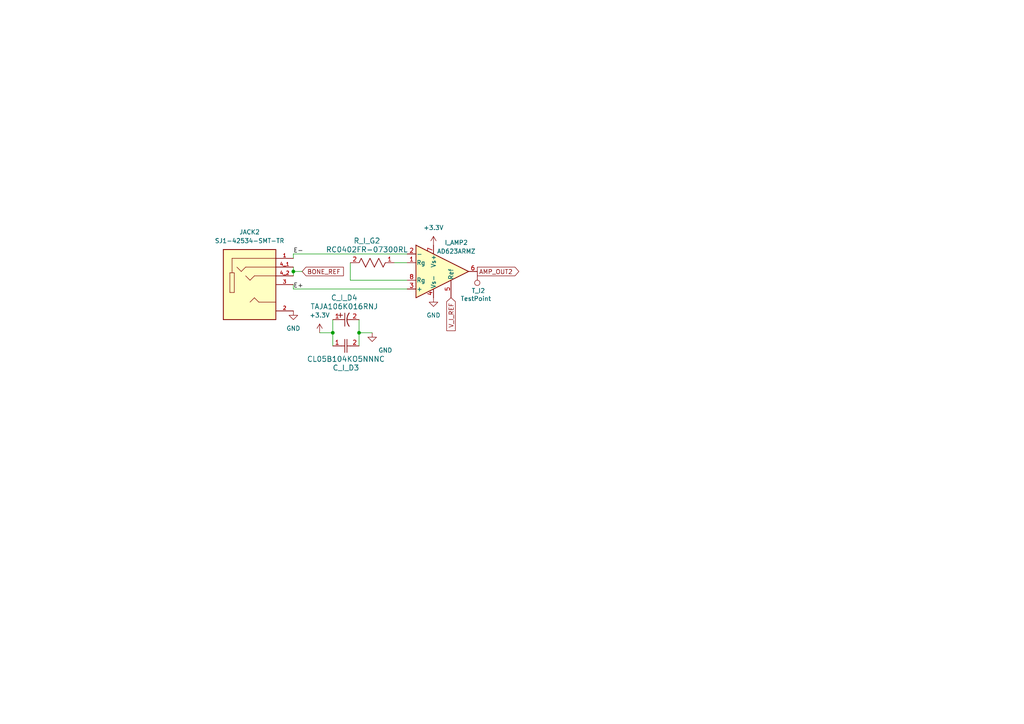
<source format=kicad_sch>
(kicad_sch (version 20231120) (generator "eeschema") (generator_version "8.0")
  (paper "A4")
  (title_block (title "Amplification Phase") (date "2024-10-21") (rev "2") (company "FlexGlO"))
  (lib_symbols
    (symbol "Amplifier_Instrumentation:AD623ARMZ" (pin_names (offset 0.127))
      (property "Reference" "I_AMP3" (at 6.604 8.382 0))
      (property "Value" "AD623ARMZ" (at 6.604 5.842 0))
      (symbol "AD623ARMZ_0_1"
        (polyline (pts (xy -5.08 7.62) (xy -5.08 -7.62) (xy 10.16 0) (xy -5.08 7.62)) (stroke (width 0.254)) (fill (type background)))
      )
      (symbol "AD623ARMZ_1_1"
        (pin passive line (at -7.62 2.54 0) (length 2.54) (name "Rg") (number "1"))
        (pin input line (at -7.62 5.08 0) (length 2.54) (name "-") (number "2"))
        (pin input line (at -7.62 -5.08 0) (length 2.54) (name "+") (number "3"))
        (pin unspecified line (at 0 -7.62 90) (length 2.54) (name "Vs-") (number "4"))
        (pin passive line (at 5.08 -7.62 90) (length 5.08) (name "Ref") (number "5"))
        (pin output line (at 12.7 0 180) (length 2.54) (name "~") (number "6"))
        (pin unspecified line (at 0 7.62 270) (length 2.54) (name "Vs+") (number "7"))
        (pin passive line (at -7.62 -2.54 0) (length 2.54) (name "Rg") (number "8"))
      )
    )
    (symbol "CL05B104KO5NNNC:CL05B104KO5NNNC" (pin_names (offset 0.254))
      (property "Reference" "C" (at 3.81 3.81 0))
      (property "Value" "CL05B104KO5NNNC" (at 3.81 -3.81 0))
      (symbol "CL05B104KO5NNNC_1_1"
        (polyline (pts (xy 2.54 0) (xy 3.4798 0)) (stroke (width 0.2032)))
        (polyline (pts (xy 3.4798 -1.905) (xy 3.4798 1.905)) (stroke (width 0.2032)))
        (polyline (pts (xy 4.1148 -1.905) (xy 4.1148 1.905)) (stroke (width 0.2032)))
        (polyline (pts (xy 4.1148 0) (xy 5.08 0)) (stroke (width 0.2032)))
        (pin unspecified line (at 0 0 0) (length 2.54) (name "") (number "1"))
        (pin unspecified line (at 7.62 0 180) (length 2.54) (name "") (number "2"))
      )
      (symbol "CL05B104KO5NNNC_1_2"
        (polyline (pts (xy -1.905 -4.1148) (xy 1.905 -4.1148)) (stroke (width 0.2032)))
        (polyline (pts (xy -1.905 -3.4798) (xy 1.905 -3.4798)) (stroke (width 0.2032)))
        (polyline (pts (xy 0 -4.1148) (xy 0 -5.08)) (stroke (width 0.2032)))
        (polyline (pts (xy 0 -2.54) (xy 0 -3.4798)) (stroke (width 0.2032)))
        (pin unspecified line (at 0 0 270) (length 2.54) (name "") (number "1"))
        (pin unspecified line (at 0 -7.62 90) (length 2.54) (name "") (number "2"))
      )
    )
    (symbol "Connector:TestPoint" (pin_numbers hide) (pin_names (offset 0.762) hide)
      (property "Reference" "TP" (at 0 6.858 0))
      (property "Value" "TestPoint" (at 0 5.08 0))
      (symbol "TestPoint_0_1"
        (circle (center 0 3.302) (radius 0.762))
      )
      (symbol "TestPoint_1_1"
        (pin passive line (at 0 0 90) (length 2.54) (name "1") (number "1"))
      )
    )
    (symbol "RC0402FR-07150RL:RC0402FR-07150RL" (pin_names (offset 0.254))
      (property "Reference" "R" (at 5.715 3.81 0))
      (property "Value" "RC0402FR-07150RL" (at 6.35 -3.81 0))
      (symbol "RC0402FR-07150RL_1_1"
        (polyline (pts (xy 2.54 0) (xy 3.175 1.27)) (stroke (width 0.2032)))
        (polyline (pts (xy 3.175 1.27) (xy 4.445 -1.27)) (stroke (width 0.2032)))
        (polyline (pts (xy 4.445 -1.27) (xy 5.715 1.27)) (stroke (width 0.2032)))
        (polyline (pts (xy 5.715 1.27) (xy 6.985 -1.27)) (stroke (width 0.2032)))
        (polyline (pts (xy 6.985 -1.27) (xy 8.255 1.27)) (stroke (width 0.2032)))
        (polyline (pts (xy 8.255 1.27) (xy 9.525 -1.27)) (stroke (width 0.2032)))
        (polyline (pts (xy 9.525 -1.27) (xy 10.16 0)) (stroke (width 0.2032)))
        (pin unspecified line (at 12.7 0 180) (length 2.54) (name "") (number "1"))
        (pin unspecified line (at 0 0 0) (length 2.54) (name "") (number "2"))
      )
      (symbol "RC0402FR-07150RL_1_2"
        (polyline (pts (xy -1.27 3.175) (xy 1.27 4.445)) (stroke (width 0.2032)))
        (polyline (pts (xy -1.27 5.715) (xy 1.27 6.985)) (stroke (width 0.2032)))
        (polyline (pts (xy -1.27 8.255) (xy 1.27 9.525)) (stroke (width 0.2032)))
        (polyline (pts (xy 0 2.54) (xy -1.27 3.175)) (stroke (width 0.2032)))
        (polyline (pts (xy 1.27 4.445) (xy -1.27 5.715)) (stroke (width 0.2032)))
        (polyline (pts (xy 1.27 6.985) (xy -1.27 8.255)) (stroke (width 0.2032)))
        (polyline (pts (xy 1.27 9.525) (xy 0 10.16)) (stroke (width 0.2032)))
        (pin unspecified line (at 0 12.7 270) (length 2.54) (name "") (number "1"))
        (pin unspecified line (at 0 0 90) (length 2.54) (name "") (number "2"))
      )
    )
    (symbol "SJ1-42534-SMT-TR:SJ1-42534-SMT-TR" (pin_names (offset 1.016))
      (property "Reference" "J" (at -7.62 8.382 0))
      (property "Value" "SJ1-42534-SMT-TR" (at -7.62 -15.24 0))
      (symbol "SJ1-42534-SMT-TR_0_0"
        (rectangle (start -7.62 -12.7) (end 7.62 7.62) (stroke (width 0.254)) (fill (type background)))
        (polyline (pts (xy -5.715 -4.826) (xy -5.715 0.889)) (stroke (width 0.1524)))
        (polyline (pts (xy -5.715 0.889) (xy -5.08 0.889)) (stroke (width 0.1524)))
        (polyline (pts (xy -5.08 0.889) (xy -4.445 0.889)) (stroke (width 0.1524)))
        (polyline (pts (xy -5.08 5.08) (xy -5.08 0.889)) (stroke (width 0.1524)))
        (polyline (pts (xy -4.445 -4.826) (xy -5.715 -4.826)) (stroke (width 0.1524)))
        (polyline (pts (xy -4.445 0.889) (xy -4.445 -4.826)) (stroke (width 0.1524)))
        (polyline (pts (xy -2.413 1.27) (xy -3.683 2.54)) (stroke (width 0.1524)))
        (polyline (pts (xy -1.143 2.54) (xy -2.413 1.27)) (stroke (width 0.1524)))
        (polyline (pts (xy 0.127 -1.27) (xy -1.143 0)) (stroke (width 0.1524)))
        (polyline (pts (xy 1.397 -6.35) (xy 0.127 -7.62)) (stroke (width 0.1524)))
        (polyline (pts (xy 1.397 0) (xy 0.127 -1.27)) (stroke (width 0.1524)))
        (polyline (pts (xy 2.667 -7.62) (xy 1.397 -6.35)) (stroke (width 0.1524)))
        (polyline (pts (xy 7.62 -7.62) (xy 2.667 -7.62)) (stroke (width 0.1524)))
        (polyline (pts (xy 7.62 0) (xy 1.397 0)) (stroke (width 0.1524)))
        (polyline (pts (xy 7.62 2.54) (xy -1.143 2.54)) (stroke (width 0.1524)))
        (polyline (pts (xy 7.62 5.08) (xy -5.08 5.08)) (stroke (width 0.1524)))
        (pin passive line (at 12.7 5.08 180) (length 5.08) (name "~") (number "1"))
        (pin passive line (at 12.7 -10.16 180) (length 5.08) (name "~") (number "2"))
        (pin passive line (at 12.7 -2.54 180) (length 5.08) (name "~") (number "3"))
        (pin passive line (at 12.7 2.54 180) (length 5.08) (name "~") (number "4_1"))
        (pin passive line (at 12.7 0 180) (length 5.08) (name "~") (number "4_2"))
      )
    )
    (symbol "T491A106K010AT:T491A106K010AT" (pin_names (offset 0.254))
      (property "Reference" "C" (at 3.81 3.81 0))
      (property "Value" "T491A106K010AT" (at 3.81 -3.81 0))
      (symbol "T491A106K010AT_1_1"
        (polyline (pts (xy 1.5748 1.27) (xy 2.8448 1.27)) (stroke (width 0.2032)))
        (polyline (pts (xy 2.2098 0.635) (xy 2.2098 1.905)) (stroke (width 0.2032)))
        (polyline (pts (xy 2.54 0) (xy 3.4798 0)) (stroke (width 0.2032)))
        (polyline (pts (xy 3.4798 -1.905) (xy 3.4798 1.905)) (stroke (width 0.2032)))
        (polyline (pts (xy 4.1148 0) (xy 5.08 0)) (stroke (width 0.2032)))
        (arc (start 4.7541 1.9108) (mid 4.1148 0) (end 4.7541 -1.9108) (stroke (width 0.254)))
        (pin unspecified line (at 0 0 0) (length 2.54) (name "") (number "1"))
        (pin unspecified line (at 7.62 0 180) (length 2.54) (name "") (number "2"))
      )
      (symbol "T491A106K010AT_1_2"
        (polyline (pts (xy -1.905 -3.4798) (xy 1.905 -3.4798)) (stroke (width 0.2032)))
        (polyline (pts (xy 0 -4.1148) (xy 0 -5.08)) (stroke (width 0.2032)))
        (polyline (pts (xy 0 -2.54) (xy 0 -3.4798)) (stroke (width 0.2032)))
        (polyline (pts (xy 0.635 -2.2098) (xy 1.905 -2.2098)) (stroke (width 0.2032)))
        (polyline (pts (xy 1.27 -1.5748) (xy 1.27 -2.8448)) (stroke (width 0.2032)))
        (arc (start 1.9108 -4.7541) (mid 0 -4.1148) (end -1.9108 -4.7541) (stroke (width 0.254)))
        (pin unspecified line (at 0 0 270) (length 2.54) (name "") (number "1"))
        (pin unspecified line (at 0 -7.62 90) (length 2.54) (name "") (number "2"))
      )
    )
    (symbol "power:+3.3V" (power) (pin_names (offset 0))
      (property "Value" "+3.3V" (at 0 3.556 0))
      (symbol "+3.3V_0_1"
        (polyline (pts (xy -0.762 1.27) (xy 0 2.54)))
        (polyline (pts (xy 0 0) (xy 0 2.54)))
        (polyline (pts (xy 0 2.54) (xy 0.762 1.27)))
      )
      (symbol "+3.3V_1_1"
        (pin power_in line (at 0 0 90) (length 0) hide (name "+3.3V") (number "1"))
      )
    )
    (symbol "power:GND" (power) (pin_names (offset 0))
      (property "Value" "GND" (at 0 -3.81 0))
      (symbol "GND_0_1"
        (polyline (pts (xy 0 0) (xy 0 -1.27) (xy 1.27 -1.27) (xy 0 -2.54) (xy -1.27 -1.27) (xy 0 -1.27)))
      )
      (symbol "GND_1_1"
        (pin power_in line (at 0 0 270) (length 0) hide (name "GND") (number "1"))
      )
    )
  )
  (junction (at 104.14 96.52))
  (junction (at 85.09 78.74))
  (junction (at 96.52 96.52))
  (wire (pts (xy 114.3 76.2) (xy 118.11 76.2)))
  (wire (pts (xy 96.52 92.71) (xy 96.52 96.52)))
  (wire (pts (xy 85.09 83.82) (xy 118.11 83.82)))
  (wire (pts (xy 85.09 73.66) (xy 118.11 73.66)))
  (wire (pts (xy 101.6 76.2) (xy 101.6 81.28)))
  (wire (pts (xy 85.09 73.66) (xy 85.09 74.93)))
  (wire (pts (xy 104.14 96.52) (xy 104.14 100.33)))
  (wire (pts (xy 92.71 96.52) (xy 96.52 96.52)))
  (wire (pts (xy 85.09 77.47) (xy 85.09 78.74)))
  (wire (pts (xy 85.09 78.74) (xy 85.09 80.01)))
  (wire (pts (xy 85.09 83.82) (xy 85.09 82.55)))
  (wire (pts (xy 96.52 96.52) (xy 96.52 100.33)))
  (wire (pts (xy 104.14 96.52) (xy 107.95 96.52)))
  (wire (pts (xy 104.14 92.71) (xy 104.14 96.52)))
  (wire (pts (xy 101.6 81.28) (xy 118.11 81.28)))
  (wire (pts (xy 85.09 78.74) (xy 87.63 78.74)))
  (label "E-" (at 85.09 73.66 0))
  (label "E+" (at 85.09 83.82 0))
  (global_label "BONE_REF" (shape input) (at 87.63 78.74 0) (property "Intersheetrefs" "${INTERSHEET_REFS}" (effects (hide yes))))
  (global_label "V_I_REF" (shape input) (at 130.81 86.36 270) (property "Intersheetrefs" "${INTERSHEET_REFS}" (effects (hide yes))))
  (global_label "AMP_OUT2" (shape output) (at 138.43 78.74 0) (property "Intersheetrefs" "${INTERSHEET_REFS}" (effects (hide yes))))
  (symbol (lib_id "power:+3.3V") (at 92.71 96.52 0) (unit 1)
    (property "Reference" "#PWR02" (effects (hide yes)))
    (property "Value" "+3.3V" (at 92.71 91.44 0))
  )
  (symbol (lib_id "power:GND") (at 125.73 86.36 0) (unit 1)
    (property "Reference" "#PWR05" (effects (hide yes)))
    (property "Value" "GND" (at 125.73 91.44 0))
  )
  (symbol (lib_id "Connector:TestPoint") (at 138.43 78.74 0) (mirror x) (unit 1)
    (property "Reference" "T_I2" (at 140.716 84.328 0) (effects (justify right)))
    (property "Value" "TestPoint" (at 142.494 86.614 0) (effects (justify right)))
    (property "Footprint" "TestPoint:TestPoint_Pad_1.0x1.0mm" (effects (hide yes)))
  )
  (symbol (lib_id "power:+3.3V") (at 125.73 71.12 0) (unit 1)
    (property "Reference" "#PWR04" (effects (hide yes)))
    (property "Value" "+3.3V" (at 125.73 66.04 0))
  )
  (symbol (lib_id "Amplifier_Instrumentation:AD623ARMZ") (at 125.73 78.74 0) (unit 1)
    (property "Reference" "I_AMP2" (at 132.334 70.358 0))
    (property "Value" "AD623ARMZ" (at 132.334 72.898 0))
    (property "Footprint" "Footprints:RM_8_ADI-M" (effects (hide yes)))
    (property "Datasheet" "https://www.analog.com/media/en/technical-documentation/data-sheets/AD623.pdf" (effects (hide yes)))
    (property "Description" "Single Supply, Rail to Rail, Instumentation Amplifier, RoHS, MSOP-8" (effects (hide yes)))
  )
  (symbol (lib_id "SJ1-42534-SMT-TR:SJ1-42534-SMT-TR") (at 72.39 80.01 0) (unit 1)
    (property "Reference" "JACK2" (at 72.39 67.31 0))
    (property "Value" "SJ1-42534-SMT-TR" (at 72.39 69.85 0))
    (property "Footprint" "Footprints:CUI_SJ1-42534-SMT-TR" (effects (hide yes)))
    (property "STANDARD" "Manufacturer Recommendations" (effects (hide yes)))
    (property "PART_REV" "1.06" (effects (hide yes)))
    (property "MAXIMUM_PACKAGE_HEIGHT" "4.7 mm" (effects (hide yes)))
    (property "MANUFACTURER" "CUI Devices" (effects (hide yes)))
  )
  (symbol (lib_id "power:GND") (at 107.95 96.52 0) (unit 1)
    (property "Reference" "#PWR03" (effects (hide yes)))
    (property "Value" "GND" (at 111.76 101.6 0))
  )
  (symbol (lib_id "RC0402FR-07150RL:RC0402FR-07150RL") (at 101.6 76.2 0) (unit 1)
    (property "Reference" "R_I_G2" (at 106.426 69.85 0) (effects (font (size 1.524 1.524))))
    (property "Value" "RC0402FR-07300RL" (at 106.426 72.39 0) (effects (font (size 1.524 1.524))))
    (property "Footprint" "Resistor_SMD:R_0402_1005Metric" (effects (hide yes)))
    (property "Datasheet" "0402WGF1500TCE" (effects (hide yes)))
  )
  (symbol (lib_id "T491A106K010AT:T491A106K010AT") (at 96.52 92.71 0) (unit 1)
    (property "Reference" "C_I_D4" (at 99.8474 86.36 0) (effects (font (size 1.524 1.524))))
    (property "Value" "TAJA106K016RNJ" (at 99.8474 88.9 0) (effects (font (size 1.524 1.524))))
    (property "Footprint" "Capacitor_SMD:C_1206_3216Metric" (effects (hide yes)))
    (property "Datasheet" "TAJA106K016RNJ" (effects (hide yes)))
  )
  (symbol (lib_id "power:GND") (at 85.09 90.17 0) (unit 1)
    (property "Reference" "#PWR01" (effects (hide yes)))
    (property "Value" "GND" (at 85.09 95.25 0))
  )
  (symbol (lib_id "CL05B104KO5NNNC:CL05B104KO5NNNC") (at 96.52 100.33 0) (mirror x) (unit 1)
    (property "Reference" "C_I_D3" (at 100.33 106.68 0) (effects (font (size 1.524 1.524))))
    (property "Value" "CL05B104KO5NNNC" (at 100.33 104.14 0) (effects (font (size 1.524 1.524))))
    (property "Footprint" "Capacitor_SMD:C_0402_1005Metric" (effects (hide yes)))
    (property "Datasheet" "CL05B104KO5NNNC" (effects (hide yes)))
  )
)
</source>
